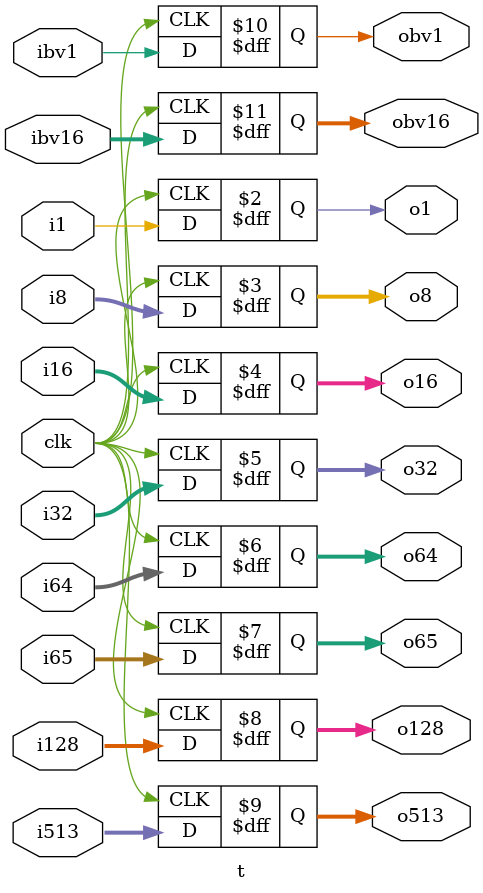
<source format=v>


module t (/*AUTOARG*/
   // Outputs
   o1, o8, o16, o32, o64, o65, o128, o513, obv1, obv16,
   // Inputs
   clk, i1, i8, i16, i32, i64, i65, i128, i513, ibv1, ibv16
   );

   input clk;

   input 	 i1;
   input [7:0]	 i8;
   input [15:0]	 i16;
   input [31:0]	 i32;
   input [63:0]	 i64;
   input [64:0]	 i65;
   input [127:0] i128;
   input [512:0] i513;

   output 	  o1;
   output [7:0]   o8;
   output [15:0]  o16;
   output [31:0]  o32;
   output [63:0]  o64;
   output [64:0]  o65;
   output [127:0] o128;
   output [512:0] o513;

   input [0:0] 	 ibv1 /*verilator sc_bv*/;
   input [15:0]  ibv16 /*verilator sc_bv*/;

   output [0:0]   obv1 /*verilator sc_bv*/;
   output [15:0]  obv16 /*verilator sc_bv*/;

   always @ (posedge clk) begin
      o1 <= i1;
      o8 <= i8;
      o16 <= i16;
      o32 <= i32;
      o64 <= i64;
      o65 <= i65;
      o128 <= i128;
      o513 <= i513;
      obv1 <= ibv1;
      obv16 <= ibv16;
   end

endmodule

</source>
